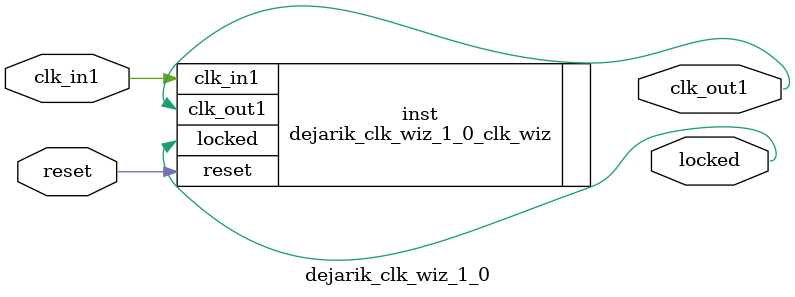
<source format=v>


`timescale 1ps/1ps

(* CORE_GENERATION_INFO = "dejarik_clk_wiz_1_0,clk_wiz_v6_0_10_0_0,{component_name=dejarik_clk_wiz_1_0,use_phase_alignment=true,use_min_o_jitter=false,use_max_i_jitter=false,use_dyn_phase_shift=false,use_inclk_switchover=false,use_dyn_reconfig=false,enable_axi=0,feedback_source=FDBK_AUTO,PRIMITIVE=MMCM,num_out_clk=1,clkin1_period=10.000,clkin2_period=10.000,use_power_down=false,use_reset=true,use_locked=true,use_inclk_stopped=false,feedback_type=SINGLE,CLOCK_MGR_TYPE=NA,manual_override=false}" *)

module dejarik_clk_wiz_1_0 
 (
  // Clock out ports
  output        clk_out1,
  // Status and control signals
  input         reset,
  output        locked,
 // Clock in ports
  input         clk_in1
 );

  dejarik_clk_wiz_1_0_clk_wiz inst
  (
  // Clock out ports  
  .clk_out1(clk_out1),
  // Status and control signals               
  .reset(reset), 
  .locked(locked),
 // Clock in ports
  .clk_in1(clk_in1)
  );

endmodule

</source>
